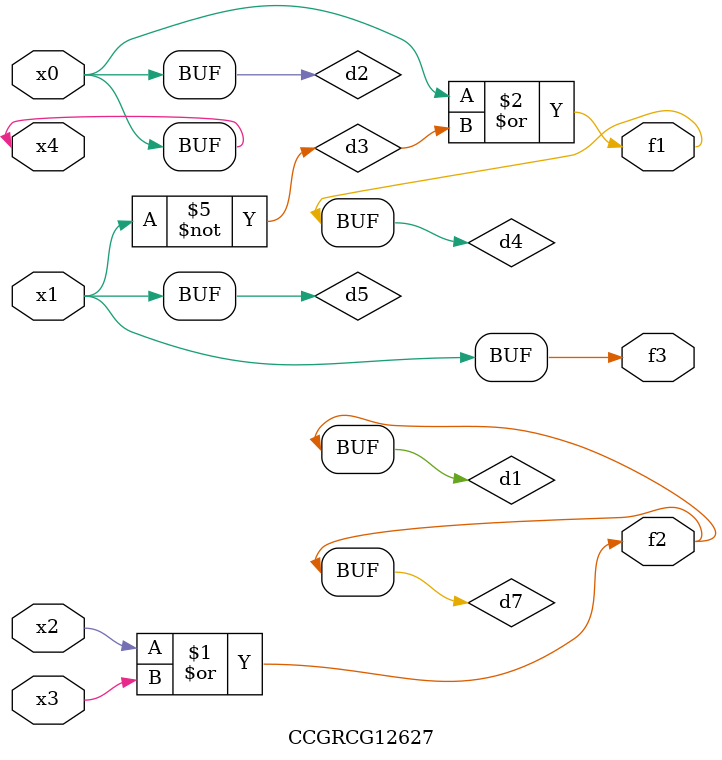
<source format=v>
module CCGRCG12627(
	input x0, x1, x2, x3, x4,
	output f1, f2, f3
);

	wire d1, d2, d3, d4, d5, d6, d7;

	or (d1, x2, x3);
	buf (d2, x0, x4);
	not (d3, x1);
	or (d4, d2, d3);
	not (d5, d3);
	nand (d6, d1, d3);
	or (d7, d1);
	assign f1 = d4;
	assign f2 = d7;
	assign f3 = d5;
endmodule

</source>
